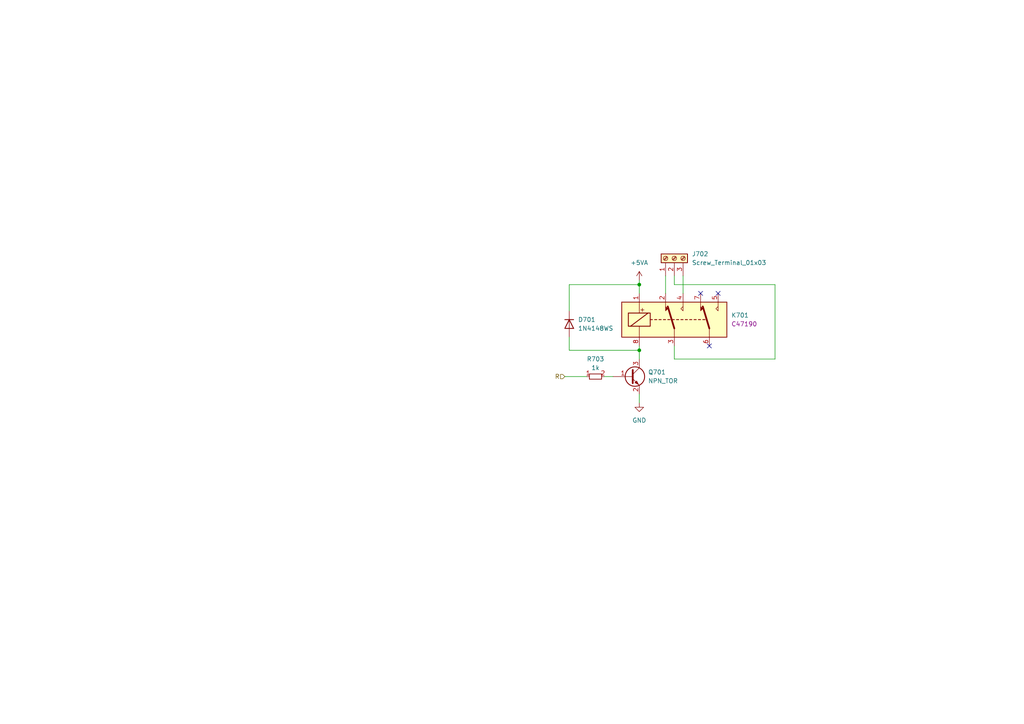
<source format=kicad_sch>
(kicad_sch (version 20231120) (generator "eeschema") (generator_version "8.0")
  (paper "A4")
  (lib_symbols
    (symbol "Connector:Screw_Terminal_01x03" (pin_names (offset 1.016) hide)
      (property "Reference" "J" (at 0 5.08 0))
      (property "Value" "Screw_Terminal_01x03" (at 0 -5.08 0))
      (symbol "Screw_Terminal_01x03_1_1"
        (rectangle (start -1.27 3.81) (end 1.27 -3.81) (stroke (width 0.254)) (fill (type background)))
        (circle (center 0 -2.54) (radius 0.635) (stroke (width 0.1524)))
        (polyline (pts (xy -0.5334 -2.2098) (xy 0.3302 -3.048)) (stroke (width 0.1524)))
        (polyline (pts (xy -0.5334 0.3302) (xy 0.3302 -0.508)) (stroke (width 0.1524)))
        (polyline (pts (xy -0.5334 2.8702) (xy 0.3302 2.032)) (stroke (width 0.1524)))
        (polyline (pts (xy -0.3556 -2.032) (xy 0.508 -2.8702)) (stroke (width 0.1524)))
        (polyline (pts (xy -0.3556 0.508) (xy 0.508 -0.3302)) (stroke (width 0.1524)))
        (polyline (pts (xy -0.3556 3.048) (xy 0.508 2.2098)) (stroke (width 0.1524)))
        (circle (center 0 0) (radius 0.635) (stroke (width 0.1524)))
        (circle (center 0 2.54) (radius 0.635) (stroke (width 0.1524)))
        (pin passive line (at -5.08 2.54 0) (length 3.81) (name "Pin_1") (number "1"))
        (pin passive line (at -5.08 0 0) (length 3.81) (name "Pin_2") (number "2"))
        (pin passive line (at -5.08 -2.54 0) (length 3.81) (name "Pin_3") (number "3"))
      )
    )
    (symbol "custom_kicad_lib_sk:1N4148WS" (pin_numbers hide) (pin_names hide)
      (property "Reference" "D" (at 0 2.54 0))
      (property "Value" "1N4148WS" (at 0 -2.54 0))
      (symbol "1N4148WS_0_1"
        (polyline (pts (xy -1.27 1.27) (xy -1.27 -1.27)) (stroke (width 0.254)))
        (polyline (pts (xy 1.27 0) (xy -1.27 0)))
        (polyline (pts (xy 1.27 1.27) (xy 1.27 -1.27) (xy -1.27 0) (xy 1.27 1.27)) (stroke (width 0.254)))
      )
      (symbol "1N4148WS_1_1"
        (pin passive line (at -3.81 0 0) (length 2.54) (name "K") (number "1"))
        (pin passive line (at 3.81 0 180) (length 2.54) (name "A") (number "2"))
      )
    )
    (symbol "custom_kicad_lib_sk:G6K-2"
      (property "Reference" "K" (at 16.51 3.81 0))
      (property "JLCPCB Part#" "C47190" (at 0 0 0))
      (symbol "G6K-2_0_0"
        (text "+" (at -9.271 2.921 0) (effects (font (size 1.27 1.27))))
      )
      (symbol "G6K-2_0_1"
        (rectangle (start -15.24 5.08) (end 15.24 -5.08) (stroke (width 0.254)) (fill (type background)))
        (rectangle (start -13.335 1.905) (end -6.985 -1.905) (stroke (width 0.254)))
        (polyline (pts (xy -12.7 -1.905) (xy -7.62 1.905)) (stroke (width 0.254)))
        (polyline (pts (xy -10.16 -5.08) (xy -10.16 -1.905)))
        (polyline (pts (xy -10.16 5.08) (xy -10.16 1.905)))
        (polyline (pts (xy -6.985 0) (xy -6.35 0)) (stroke (width 0.254)))
        (polyline (pts (xy -5.715 0) (xy -5.08 0)) (stroke (width 0.254)))
        (polyline (pts (xy -4.445 0) (xy -3.81 0)) (stroke (width 0.254)))
        (polyline (pts (xy -3.175 0) (xy -2.54 0)) (stroke (width 0.254)))
        (polyline (pts (xy -1.905 0) (xy -1.27 0)) (stroke (width 0.254)))
        (polyline (pts (xy -0.635 0) (xy 0 0)) (stroke (width 0.254)))
        (polyline (pts (xy 0 -2.54) (xy -1.905 3.81)) (stroke (width 0.508)))
        (polyline (pts (xy 0 -2.54) (xy 0 -5.08)))
        (polyline (pts (xy 0.635 0) (xy 1.27 0)) (stroke (width 0.254)))
        (polyline (pts (xy 1.905 0) (xy 2.54 0)) (stroke (width 0.254)))
        (polyline (pts (xy 3.175 0) (xy 3.81 0)) (stroke (width 0.254)))
        (polyline (pts (xy 4.445 0) (xy 5.08 0)) (stroke (width 0.254)))
        (polyline (pts (xy 5.715 0) (xy 6.35 0)) (stroke (width 0.254)))
        (polyline (pts (xy 6.985 0) (xy 7.62 0)) (stroke (width 0.254)))
        (polyline (pts (xy 8.255 0) (xy 8.89 0)) (stroke (width 0.254)))
        (polyline (pts (xy 10.16 -2.54) (xy 8.255 3.81)) (stroke (width 0.508)))
        (polyline (pts (xy 10.16 -2.54) (xy 10.16 -5.08)))
        (polyline (pts (xy -2.54 5.08) (xy -2.54 2.54) (xy -1.905 3.175) (xy -2.54 3.81)) (fill (type outline)))
        (polyline (pts (xy 2.54 5.08) (xy 2.54 2.54) (xy 1.905 3.175) (xy 2.54 3.81)))
        (polyline (pts (xy 7.62 5.08) (xy 7.62 2.54) (xy 8.255 3.175) (xy 7.62 3.81)) (fill (type outline)))
        (polyline (pts (xy 12.7 5.08) (xy 12.7 2.54) (xy 12.065 3.175) (xy 12.7 3.81)))
      )
      (symbol "G6K-2_1_1"
        (pin passive line (at -10.16 7.62 270) (length 2.54) (name "~") (number "1"))
        (pin passive line (at -2.54 7.62 270) (length 2.54) (name "~") (number "2"))
        (pin passive line (at 0 -7.62 90) (length 2.54) (name "~") (number "3"))
        (pin passive line (at 2.54 7.62 270) (length 2.54) (name "~") (number "4"))
        (pin passive line (at 12.7 7.62 270) (length 2.54) (name "~") (number "5"))
        (pin passive line (at 10.16 -7.62 90) (length 2.54) (name "~") (number "6"))
        (pin passive line (at 7.62 7.62 270) (length 2.54) (name "~") (number "7"))
        (pin passive line (at -10.16 -7.62 90) (length 2.54) (name "~") (number "8"))
      )
    )
    (symbol "custom_kicad_lib_sk:NPN_TOR" (pin_names (offset 0) hide)
      (property "Reference" "Q" (at 5.08 1.905 0))
      (property "Value" "NPN_TOR" (at 5.08 0 0))
      (symbol "NPN_TOR_0_1"
        (polyline (pts (xy 0.635 0.635) (xy 2.54 2.54)))
        (polyline (pts (xy 0.635 -0.635) (xy 2.54 -2.54) (xy 2.54 -2.54)))
        (polyline (pts (xy 0.635 1.905) (xy 0.635 -1.905) (xy 0.635 -1.905)) (stroke (width 0.508)))
        (polyline (pts (xy 1.27 -1.778) (xy 1.778 -1.27) (xy 2.286 -2.286) (xy 1.27 -1.778) (xy 1.27 -1.778)) (fill (type outline)))
        (circle (center 1.27 0) (radius 2.8194) (stroke (width 0.254)))
      )
      (symbol "NPN_TOR_1_1"
        (pin input line (at -5.08 0 0) (length 5.715) (name "B") (number "1"))
        (pin passive line (at 2.54 -5.08 90) (length 2.54) (name "E") (number "2"))
        (pin passive line (at 2.54 5.08 270) (length 2.54) (name "C") (number "3"))
      )
    )
    (symbol "power:+5VA" (power) (pin_names (offset 0))
      (property "Value" "+5VA" (at 0 3.556 0))
      (symbol "+5VA_0_1"
        (polyline (pts (xy -0.762 1.27) (xy 0 2.54)))
        (polyline (pts (xy 0 0) (xy 0 2.54)))
        (polyline (pts (xy 0 2.54) (xy 0.762 1.27)))
      )
      (symbol "+5VA_1_1"
        (pin power_in line (at 0 0 90) (length 0) hide (name "+5VA") (number "1"))
      )
    )
    (symbol "power:GND" (power) (pin_names (offset 0))
      (property "Value" "GND" (at 0 -3.81 0))
      (symbol "GND_0_1"
        (polyline (pts (xy 0 0) (xy 0 -1.27) (xy 1.27 -1.27) (xy 0 -2.54) (xy -1.27 -1.27) (xy 0 -1.27)))
      )
      (symbol "GND_1_1"
        (pin power_in line (at 0 0 270) (length 0) hide (name "GND") (number "1"))
      )
    )
    (symbol "resistors_0603:R_1k_0603"
      (property "Reference" "R" (at 1.27 2.54 0))
      (property "Value" "1k" (at 2.54 -2.54 0))
      (symbol "R_1k_0603_0_1"
        (rectangle (start -0.762 1.778) (end 0.762 -1.778) (stroke (width 0.2032)))
      )
      (symbol "R_1k_0603_1_1"
        (pin passive line (at 0 2.54 270) (length 0.762) (name "~") (number "1"))
        (pin passive line (at 0 -2.54 90) (length 0.762) (name "~") (number "2"))
      )
    )
  )
  (junction (at 185.42 82.55))
  (junction (at 185.42 101.6))
  (no_connect (at 203.2 85.09))
  (no_connect (at 205.74 100.33))
  (no_connect (at 208.28 85.09))
  (wire (pts (xy 163.83 109.22) (xy 170.18 109.22)))
  (wire (pts (xy 185.42 100.33) (xy 185.42 101.6)))
  (wire (pts (xy 195.58 80.01) (xy 195.58 82.55)))
  (wire (pts (xy 165.1 90.17) (xy 165.1 82.55)))
  (wire (pts (xy 185.42 101.6) (xy 185.42 104.14)))
  (wire (pts (xy 195.58 82.55) (xy 224.79 82.55)))
  (wire (pts (xy 165.1 101.6) (xy 185.42 101.6)))
  (wire (pts (xy 165.1 97.79) (xy 165.1 101.6)))
  (wire (pts (xy 224.79 82.55) (xy 224.79 104.14)))
  (wire (pts (xy 165.1 82.55) (xy 185.42 82.55)))
  (wire (pts (xy 195.58 104.14) (xy 195.58 100.33)))
  (wire (pts (xy 224.79 104.14) (xy 195.58 104.14)))
  (wire (pts (xy 185.42 82.55) (xy 185.42 85.09)))
  (wire (pts (xy 185.42 81.28) (xy 185.42 82.55)))
  (wire (pts (xy 198.12 80.01) (xy 198.12 85.09)))
  (wire (pts (xy 193.04 80.01) (xy 193.04 85.09)))
  (wire (pts (xy 175.26 109.22) (xy 177.8 109.22)))
  (wire (pts (xy 185.42 114.3) (xy 185.42 116.84)))
  (hierarchical_label "R" (shape input) (at 163.83 109.22 180))
  (symbol (lib_id "resistors_0603:R_1k_0603") (at 172.72 109.22 90) (unit 1)
    (property "Reference" "R703" (at 172.72 104.14 90))
    (property "Value" "1k" (at 172.72 106.68 90))
    (property "Footprint" "custom_kicad_lib_sk:R_0603_smalltext" (effects (hide yes)))
    (property "JLCPCB Part#" "C21190" (effects (hide yes)))
    (instances (project "JACK_OF_ALL_TRADES" (path "" (reference "R703") (unit 1)) (path "" (reference "R1001") (unit 1)) (path "" (reference "R1101") (unit 1)) (path "" (reference "R1201") (unit 1))))
  )
  (symbol (lib_id "custom_kicad_lib_sk:G6K-2") (at 195.58 92.71 0) (unit 1)
    (property "Reference" "K701" (at 212.09 91.44 0) (effects (justify left)))
    (property "Value" "G6K-2F-Y-TR DC5" (effects (hide yes)))
    (property "Footprint" "Relay_SMD:Relay_DPDT_Omron_G6K-2F-Y" (effects (hide yes)))
    (property "Datasheet" "http://omronfs.omron.com/en_US/ecb/products/pdf/en-g6k.pdf" (effects (hide yes)))
    (property "JLCPCB Part#" "C47190" (at 212.09 93.98 0) (effects (justify left)))
    (instances (project "JACK_OF_ALL_TRADES" (path "" (reference "K701") (unit 1)) (path "" (reference "K1001") (unit 1)) (path "" (reference "K1101") (unit 1)) (path "" (reference "K1201") (unit 1))))
  )
  (symbol (lib_id "custom_kicad_lib_sk:NPN_TOR") (at 182.88 109.22 0) (unit 1)
    (property "Reference" "Q701" (at 187.96 107.95 0) (effects (justify left)))
    (property "Value" "NPN_TOR" (at 187.96 110.49 0) (effects (justify left)))
    (property "Footprint" "Package_TO_SOT_SMD:SOT-23" (effects (hide yes)))
    (property "JLCPCB Part#" "C2145" (effects (hide yes)))
    (instances (project "JACK_OF_ALL_TRADES" (path "" (reference "Q701") (unit 1)) (path "" (reference "Q1001") (unit 1)) (path "" (reference "Q1101") (unit 1)) (path "" (reference "Q1201") (unit 1))))
  )
  (symbol (lib_id "power:+5VA") (at 185.42 81.28 0) (unit 1)
    (property "Reference" "#PWR0111" (effects (hide yes)))
    (property "Value" "+5VA" (at 185.42 76.2 0))
    (instances (project "JACK_OF_ALL_TRADES" (path "" (reference "#PWR0111") (unit 1)) (path "" (reference "#PWR0113") (unit 1)) (path "" (reference "#PWR0115") (unit 1)) (path "" (reference "#PWR0119") (unit 1))))
  )
  (symbol (lib_id "power:GND") (at 185.42 116.84 0) (unit 1)
    (property "Reference" "#PWR0112" (effects (hide yes)))
    (property "Value" "GND" (at 185.42 121.92 0))
    (instances (project "JACK_OF_ALL_TRADES" (path "" (reference "#PWR0112") (unit 1)) (path "" (reference "#PWR0114") (unit 1)) (path "" (reference "#PWR0118") (unit 1)) (path "" (reference "#PWR0120") (unit 1))))
  )
  (symbol (lib_id "custom_kicad_lib_sk:1N4148WS") (at 165.1 93.98 270) (unit 1)
    (property "Reference" "D701" (at 167.64 92.71 90) (effects (justify left)))
    (property "Value" "1N4148WS" (at 167.64 95.25 90) (effects (justify left)))
    (property "Footprint" "Diode_SMD:D_SOD-323" (effects (hide yes)))
    (property "Datasheet" "https://www.vishay.com/docs/85751/1n4148ws.pdf" (effects (hide yes)))
    (property "Sim.Device" "D" (effects (hide yes)))
    (property "Sim.Pins" "1=K 2=A" (effects (hide yes)))
    (property "JLCPCB Part#" "C2128" (effects (hide yes)))
    (instances (project "JACK_OF_ALL_TRADES" (path "" (reference "D701") (unit 1)) (path "" (reference "D1001") (unit 1)) (path "" (reference "D1101") (unit 1)) (path "" (reference "D1201") (unit 1))))
  )
  (symbol (lib_id "Connector:Screw_Terminal_01x03") (at 195.58 74.93 90) (unit 1)
    (property "Reference" "J702" (at 200.66 73.66 90) (effects (justify right)))
    (property "Value" "Screw_Terminal_01x03" (at 200.66 76.2 90) (effects (justify right)))
    (property "Footprint" "TerminalBlock_Phoenix:TerminalBlock_Phoenix_MKDS-1,5-3-5.08_1x03_P5.08mm_Horizontal" (effects (hide yes)))
    (instances (project "JACK_OF_ALL_TRADES" (path "" (reference "J702") (unit 1)) (path "" (reference "J1001") (unit 1)) (path "" (reference "J1101") (unit 1)) (path "" (reference "J1201") (unit 1))))
  )
)
</source>
